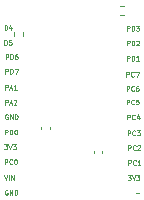
<source format=gbr>
%TF.GenerationSoftware,KiCad,Pcbnew,7.0.10*%
%TF.CreationDate,2024-05-20T03:00:16+05:30*%
%TF.ProjectId,nico-ch32v003-v1,6e69636f-2d63-4683-9332-763030332d76,1.0.1*%
%TF.SameCoordinates,Original*%
%TF.FileFunction,Legend,Top*%
%TF.FilePolarity,Positive*%
%FSLAX46Y46*%
G04 Gerber Fmt 4.6, Leading zero omitted, Abs format (unit mm)*
G04 Created by KiCad (PCBNEW 7.0.10) date 2024-05-20 03:00:16*
%MOMM*%
%LPD*%
G01*
G04 APERTURE LIST*
%ADD10C,0.101200*%
%ADD11C,0.120000*%
G04 APERTURE END LIST*
D10*
X95322958Y-70825197D02*
X95322958Y-70420397D01*
X95322958Y-70420397D02*
X95477168Y-70420397D01*
X95477168Y-70420397D02*
X95515720Y-70439673D01*
X95515720Y-70439673D02*
X95534997Y-70458949D01*
X95534997Y-70458949D02*
X95554273Y-70497501D01*
X95554273Y-70497501D02*
X95554273Y-70555330D01*
X95554273Y-70555330D02*
X95534997Y-70593882D01*
X95534997Y-70593882D02*
X95515720Y-70613159D01*
X95515720Y-70613159D02*
X95477168Y-70632435D01*
X95477168Y-70632435D02*
X95322958Y-70632435D01*
X95727758Y-70825197D02*
X95727758Y-70420397D01*
X95727758Y-70420397D02*
X95824139Y-70420397D01*
X95824139Y-70420397D02*
X95881968Y-70439673D01*
X95881968Y-70439673D02*
X95920520Y-70478225D01*
X95920520Y-70478225D02*
X95939797Y-70516778D01*
X95939797Y-70516778D02*
X95959073Y-70593882D01*
X95959073Y-70593882D02*
X95959073Y-70651711D01*
X95959073Y-70651711D02*
X95939797Y-70728816D01*
X95939797Y-70728816D02*
X95920520Y-70767368D01*
X95920520Y-70767368D02*
X95881968Y-70805921D01*
X95881968Y-70805921D02*
X95824139Y-70825197D01*
X95824139Y-70825197D02*
X95727758Y-70825197D01*
X96209663Y-70420397D02*
X96248216Y-70420397D01*
X96248216Y-70420397D02*
X96286768Y-70439673D01*
X96286768Y-70439673D02*
X96306044Y-70458949D01*
X96306044Y-70458949D02*
X96325320Y-70497501D01*
X96325320Y-70497501D02*
X96344597Y-70574606D01*
X96344597Y-70574606D02*
X96344597Y-70670987D01*
X96344597Y-70670987D02*
X96325320Y-70748092D01*
X96325320Y-70748092D02*
X96306044Y-70786644D01*
X96306044Y-70786644D02*
X96286768Y-70805921D01*
X96286768Y-70805921D02*
X96248216Y-70825197D01*
X96248216Y-70825197D02*
X96209663Y-70825197D01*
X96209663Y-70825197D02*
X96171111Y-70805921D01*
X96171111Y-70805921D02*
X96151835Y-70786644D01*
X96151835Y-70786644D02*
X96132558Y-70748092D01*
X96132558Y-70748092D02*
X96113282Y-70670987D01*
X96113282Y-70670987D02*
X96113282Y-70574606D01*
X96113282Y-70574606D02*
X96132558Y-70497501D01*
X96132558Y-70497501D02*
X96151835Y-70458949D01*
X96151835Y-70458949D02*
X96171111Y-70439673D01*
X96171111Y-70439673D02*
X96209663Y-70420397D01*
X105622958Y-67135197D02*
X105622958Y-66730397D01*
X105622958Y-66730397D02*
X105777168Y-66730397D01*
X105777168Y-66730397D02*
X105815720Y-66749673D01*
X105815720Y-66749673D02*
X105834997Y-66768949D01*
X105834997Y-66768949D02*
X105854273Y-66807501D01*
X105854273Y-66807501D02*
X105854273Y-66865330D01*
X105854273Y-66865330D02*
X105834997Y-66903882D01*
X105834997Y-66903882D02*
X105815720Y-66923159D01*
X105815720Y-66923159D02*
X105777168Y-66942435D01*
X105777168Y-66942435D02*
X105622958Y-66942435D01*
X106259073Y-67096644D02*
X106239797Y-67115921D01*
X106239797Y-67115921D02*
X106181968Y-67135197D01*
X106181968Y-67135197D02*
X106143416Y-67135197D01*
X106143416Y-67135197D02*
X106085587Y-67115921D01*
X106085587Y-67115921D02*
X106047035Y-67077368D01*
X106047035Y-67077368D02*
X106027758Y-67038816D01*
X106027758Y-67038816D02*
X106008482Y-66961711D01*
X106008482Y-66961711D02*
X106008482Y-66903882D01*
X106008482Y-66903882D02*
X106027758Y-66826778D01*
X106027758Y-66826778D02*
X106047035Y-66788225D01*
X106047035Y-66788225D02*
X106085587Y-66749673D01*
X106085587Y-66749673D02*
X106143416Y-66730397D01*
X106143416Y-66730397D02*
X106181968Y-66730397D01*
X106181968Y-66730397D02*
X106239797Y-66749673D01*
X106239797Y-66749673D02*
X106259073Y-66768949D01*
X106606044Y-66730397D02*
X106528939Y-66730397D01*
X106528939Y-66730397D02*
X106490387Y-66749673D01*
X106490387Y-66749673D02*
X106471111Y-66768949D01*
X106471111Y-66768949D02*
X106432558Y-66826778D01*
X106432558Y-66826778D02*
X106413282Y-66903882D01*
X106413282Y-66903882D02*
X106413282Y-67058092D01*
X106413282Y-67058092D02*
X106432558Y-67096644D01*
X106432558Y-67096644D02*
X106451835Y-67115921D01*
X106451835Y-67115921D02*
X106490387Y-67135197D01*
X106490387Y-67135197D02*
X106567492Y-67135197D01*
X106567492Y-67135197D02*
X106606044Y-67115921D01*
X106606044Y-67115921D02*
X106625320Y-67096644D01*
X106625320Y-67096644D02*
X106644597Y-67058092D01*
X106644597Y-67058092D02*
X106644597Y-66961711D01*
X106644597Y-66961711D02*
X106625320Y-66923159D01*
X106625320Y-66923159D02*
X106606044Y-66903882D01*
X106606044Y-66903882D02*
X106567492Y-66884606D01*
X106567492Y-66884606D02*
X106490387Y-66884606D01*
X106490387Y-66884606D02*
X106451835Y-66903882D01*
X106451835Y-66903882D02*
X106432558Y-66923159D01*
X106432558Y-66923159D02*
X106413282Y-66961711D01*
X95245130Y-74270397D02*
X95380063Y-74675197D01*
X95380063Y-74675197D02*
X95514997Y-74270397D01*
X95649929Y-74675197D02*
X95649929Y-74270397D01*
X95842691Y-74675197D02*
X95842691Y-74270397D01*
X95842691Y-74270397D02*
X96074006Y-74675197D01*
X96074006Y-74675197D02*
X96074006Y-74270397D01*
X95362958Y-65675197D02*
X95362958Y-65270397D01*
X95362958Y-65270397D02*
X95517168Y-65270397D01*
X95517168Y-65270397D02*
X95555720Y-65289673D01*
X95555720Y-65289673D02*
X95574997Y-65308949D01*
X95574997Y-65308949D02*
X95594273Y-65347501D01*
X95594273Y-65347501D02*
X95594273Y-65405330D01*
X95594273Y-65405330D02*
X95574997Y-65443882D01*
X95574997Y-65443882D02*
X95555720Y-65463159D01*
X95555720Y-65463159D02*
X95517168Y-65482435D01*
X95517168Y-65482435D02*
X95362958Y-65482435D01*
X95767758Y-65675197D02*
X95767758Y-65270397D01*
X95767758Y-65270397D02*
X95864139Y-65270397D01*
X95864139Y-65270397D02*
X95921968Y-65289673D01*
X95921968Y-65289673D02*
X95960520Y-65328225D01*
X95960520Y-65328225D02*
X95979797Y-65366778D01*
X95979797Y-65366778D02*
X95999073Y-65443882D01*
X95999073Y-65443882D02*
X95999073Y-65501711D01*
X95999073Y-65501711D02*
X95979797Y-65578816D01*
X95979797Y-65578816D02*
X95960520Y-65617368D01*
X95960520Y-65617368D02*
X95921968Y-65655921D01*
X95921968Y-65655921D02*
X95864139Y-65675197D01*
X95864139Y-65675197D02*
X95767758Y-65675197D01*
X96134006Y-65270397D02*
X96403873Y-65270397D01*
X96403873Y-65270397D02*
X96230387Y-65675197D01*
X95332958Y-68295197D02*
X95332958Y-67890397D01*
X95332958Y-67890397D02*
X95487168Y-67890397D01*
X95487168Y-67890397D02*
X95525720Y-67909673D01*
X95525720Y-67909673D02*
X95544997Y-67928949D01*
X95544997Y-67928949D02*
X95564273Y-67967501D01*
X95564273Y-67967501D02*
X95564273Y-68025330D01*
X95564273Y-68025330D02*
X95544997Y-68063882D01*
X95544997Y-68063882D02*
X95525720Y-68083159D01*
X95525720Y-68083159D02*
X95487168Y-68102435D01*
X95487168Y-68102435D02*
X95332958Y-68102435D01*
X95718482Y-68179540D02*
X95911244Y-68179540D01*
X95679930Y-68295197D02*
X95814863Y-67890397D01*
X95814863Y-67890397D02*
X95949797Y-68295197D01*
X96065453Y-67928949D02*
X96084729Y-67909673D01*
X96084729Y-67909673D02*
X96123282Y-67890397D01*
X96123282Y-67890397D02*
X96219663Y-67890397D01*
X96219663Y-67890397D02*
X96258215Y-67909673D01*
X96258215Y-67909673D02*
X96277491Y-67928949D01*
X96277491Y-67928949D02*
X96296768Y-67967501D01*
X96296768Y-67967501D02*
X96296768Y-68006054D01*
X96296768Y-68006054D02*
X96277491Y-68063882D01*
X96277491Y-68063882D02*
X96046177Y-68295197D01*
X96046177Y-68295197D02*
X96296768Y-68295197D01*
X105762958Y-73415197D02*
X105762958Y-73010397D01*
X105762958Y-73010397D02*
X105917168Y-73010397D01*
X105917168Y-73010397D02*
X105955720Y-73029673D01*
X105955720Y-73029673D02*
X105974997Y-73048949D01*
X105974997Y-73048949D02*
X105994273Y-73087501D01*
X105994273Y-73087501D02*
X105994273Y-73145330D01*
X105994273Y-73145330D02*
X105974997Y-73183882D01*
X105974997Y-73183882D02*
X105955720Y-73203159D01*
X105955720Y-73203159D02*
X105917168Y-73222435D01*
X105917168Y-73222435D02*
X105762958Y-73222435D01*
X106399073Y-73376644D02*
X106379797Y-73395921D01*
X106379797Y-73395921D02*
X106321968Y-73415197D01*
X106321968Y-73415197D02*
X106283416Y-73415197D01*
X106283416Y-73415197D02*
X106225587Y-73395921D01*
X106225587Y-73395921D02*
X106187035Y-73357368D01*
X106187035Y-73357368D02*
X106167758Y-73318816D01*
X106167758Y-73318816D02*
X106148482Y-73241711D01*
X106148482Y-73241711D02*
X106148482Y-73183882D01*
X106148482Y-73183882D02*
X106167758Y-73106778D01*
X106167758Y-73106778D02*
X106187035Y-73068225D01*
X106187035Y-73068225D02*
X106225587Y-73029673D01*
X106225587Y-73029673D02*
X106283416Y-73010397D01*
X106283416Y-73010397D02*
X106321968Y-73010397D01*
X106321968Y-73010397D02*
X106379797Y-73029673D01*
X106379797Y-73029673D02*
X106399073Y-73048949D01*
X106784597Y-73415197D02*
X106553282Y-73415197D01*
X106668939Y-73415197D02*
X106668939Y-73010397D01*
X106668939Y-73010397D02*
X106630387Y-73068225D01*
X106630387Y-73068225D02*
X106591835Y-73106778D01*
X106591835Y-73106778D02*
X106553282Y-73126054D01*
X105682958Y-69545197D02*
X105682958Y-69140397D01*
X105682958Y-69140397D02*
X105837168Y-69140397D01*
X105837168Y-69140397D02*
X105875720Y-69159673D01*
X105875720Y-69159673D02*
X105894997Y-69178949D01*
X105894997Y-69178949D02*
X105914273Y-69217501D01*
X105914273Y-69217501D02*
X105914273Y-69275330D01*
X105914273Y-69275330D02*
X105894997Y-69313882D01*
X105894997Y-69313882D02*
X105875720Y-69333159D01*
X105875720Y-69333159D02*
X105837168Y-69352435D01*
X105837168Y-69352435D02*
X105682958Y-69352435D01*
X106319073Y-69506644D02*
X106299797Y-69525921D01*
X106299797Y-69525921D02*
X106241968Y-69545197D01*
X106241968Y-69545197D02*
X106203416Y-69545197D01*
X106203416Y-69545197D02*
X106145587Y-69525921D01*
X106145587Y-69525921D02*
X106107035Y-69487368D01*
X106107035Y-69487368D02*
X106087758Y-69448816D01*
X106087758Y-69448816D02*
X106068482Y-69371711D01*
X106068482Y-69371711D02*
X106068482Y-69313882D01*
X106068482Y-69313882D02*
X106087758Y-69236778D01*
X106087758Y-69236778D02*
X106107035Y-69198225D01*
X106107035Y-69198225D02*
X106145587Y-69159673D01*
X106145587Y-69159673D02*
X106203416Y-69140397D01*
X106203416Y-69140397D02*
X106241968Y-69140397D01*
X106241968Y-69140397D02*
X106299797Y-69159673D01*
X106299797Y-69159673D02*
X106319073Y-69178949D01*
X106666044Y-69275330D02*
X106666044Y-69545197D01*
X106569663Y-69121121D02*
X106473282Y-69410263D01*
X106473282Y-69410263D02*
X106723873Y-69410263D01*
X95302958Y-73335197D02*
X95302958Y-72930397D01*
X95302958Y-72930397D02*
X95457168Y-72930397D01*
X95457168Y-72930397D02*
X95495720Y-72949673D01*
X95495720Y-72949673D02*
X95514997Y-72968949D01*
X95514997Y-72968949D02*
X95534273Y-73007501D01*
X95534273Y-73007501D02*
X95534273Y-73065330D01*
X95534273Y-73065330D02*
X95514997Y-73103882D01*
X95514997Y-73103882D02*
X95495720Y-73123159D01*
X95495720Y-73123159D02*
X95457168Y-73142435D01*
X95457168Y-73142435D02*
X95302958Y-73142435D01*
X95939073Y-73296644D02*
X95919797Y-73315921D01*
X95919797Y-73315921D02*
X95861968Y-73335197D01*
X95861968Y-73335197D02*
X95823416Y-73335197D01*
X95823416Y-73335197D02*
X95765587Y-73315921D01*
X95765587Y-73315921D02*
X95727035Y-73277368D01*
X95727035Y-73277368D02*
X95707758Y-73238816D01*
X95707758Y-73238816D02*
X95688482Y-73161711D01*
X95688482Y-73161711D02*
X95688482Y-73103882D01*
X95688482Y-73103882D02*
X95707758Y-73026778D01*
X95707758Y-73026778D02*
X95727035Y-72988225D01*
X95727035Y-72988225D02*
X95765587Y-72949673D01*
X95765587Y-72949673D02*
X95823416Y-72930397D01*
X95823416Y-72930397D02*
X95861968Y-72930397D01*
X95861968Y-72930397D02*
X95919797Y-72949673D01*
X95919797Y-72949673D02*
X95939073Y-72968949D01*
X96189663Y-72930397D02*
X96228216Y-72930397D01*
X96228216Y-72930397D02*
X96266768Y-72949673D01*
X96266768Y-72949673D02*
X96286044Y-72968949D01*
X96286044Y-72968949D02*
X96305320Y-73007501D01*
X96305320Y-73007501D02*
X96324597Y-73084606D01*
X96324597Y-73084606D02*
X96324597Y-73180987D01*
X96324597Y-73180987D02*
X96305320Y-73258092D01*
X96305320Y-73258092D02*
X96286044Y-73296644D01*
X96286044Y-73296644D02*
X96266768Y-73315921D01*
X96266768Y-73315921D02*
X96228216Y-73335197D01*
X96228216Y-73335197D02*
X96189663Y-73335197D01*
X96189663Y-73335197D02*
X96151111Y-73315921D01*
X96151111Y-73315921D02*
X96131835Y-73296644D01*
X96131835Y-73296644D02*
X96112558Y-73258092D01*
X96112558Y-73258092D02*
X96093282Y-73180987D01*
X96093282Y-73180987D02*
X96093282Y-73084606D01*
X96093282Y-73084606D02*
X96112558Y-73007501D01*
X96112558Y-73007501D02*
X96131835Y-72968949D01*
X96131835Y-72968949D02*
X96151111Y-72949673D01*
X96151111Y-72949673D02*
X96189663Y-72930397D01*
X105652958Y-64575197D02*
X105652958Y-64170397D01*
X105652958Y-64170397D02*
X105807168Y-64170397D01*
X105807168Y-64170397D02*
X105845720Y-64189673D01*
X105845720Y-64189673D02*
X105864997Y-64208949D01*
X105864997Y-64208949D02*
X105884273Y-64247501D01*
X105884273Y-64247501D02*
X105884273Y-64305330D01*
X105884273Y-64305330D02*
X105864997Y-64343882D01*
X105864997Y-64343882D02*
X105845720Y-64363159D01*
X105845720Y-64363159D02*
X105807168Y-64382435D01*
X105807168Y-64382435D02*
X105652958Y-64382435D01*
X106057758Y-64575197D02*
X106057758Y-64170397D01*
X106057758Y-64170397D02*
X106154139Y-64170397D01*
X106154139Y-64170397D02*
X106211968Y-64189673D01*
X106211968Y-64189673D02*
X106250520Y-64228225D01*
X106250520Y-64228225D02*
X106269797Y-64266778D01*
X106269797Y-64266778D02*
X106289073Y-64343882D01*
X106289073Y-64343882D02*
X106289073Y-64401711D01*
X106289073Y-64401711D02*
X106269797Y-64478816D01*
X106269797Y-64478816D02*
X106250520Y-64517368D01*
X106250520Y-64517368D02*
X106211968Y-64555921D01*
X106211968Y-64555921D02*
X106154139Y-64575197D01*
X106154139Y-64575197D02*
X106057758Y-64575197D01*
X106674597Y-64575197D02*
X106443282Y-64575197D01*
X106558939Y-64575197D02*
X106558939Y-64170397D01*
X106558939Y-64170397D02*
X106520387Y-64228225D01*
X106520387Y-64228225D02*
X106481835Y-64266778D01*
X106481835Y-64266778D02*
X106443282Y-64286054D01*
X95262958Y-63235197D02*
X95262958Y-62830397D01*
X95262958Y-62830397D02*
X95359339Y-62830397D01*
X95359339Y-62830397D02*
X95417168Y-62849673D01*
X95417168Y-62849673D02*
X95455720Y-62888225D01*
X95455720Y-62888225D02*
X95474997Y-62926778D01*
X95474997Y-62926778D02*
X95494273Y-63003882D01*
X95494273Y-63003882D02*
X95494273Y-63061711D01*
X95494273Y-63061711D02*
X95474997Y-63138816D01*
X95474997Y-63138816D02*
X95455720Y-63177368D01*
X95455720Y-63177368D02*
X95417168Y-63215921D01*
X95417168Y-63215921D02*
X95359339Y-63235197D01*
X95359339Y-63235197D02*
X95262958Y-63235197D01*
X95860520Y-62830397D02*
X95667758Y-62830397D01*
X95667758Y-62830397D02*
X95648482Y-63023159D01*
X95648482Y-63023159D02*
X95667758Y-63003882D01*
X95667758Y-63003882D02*
X95706311Y-62984606D01*
X95706311Y-62984606D02*
X95802692Y-62984606D01*
X95802692Y-62984606D02*
X95841244Y-63003882D01*
X95841244Y-63003882D02*
X95860520Y-63023159D01*
X95860520Y-63023159D02*
X95879797Y-63061711D01*
X95879797Y-63061711D02*
X95879797Y-63158092D01*
X95879797Y-63158092D02*
X95860520Y-63196644D01*
X95860520Y-63196644D02*
X95841244Y-63215921D01*
X95841244Y-63215921D02*
X95802692Y-63235197D01*
X95802692Y-63235197D02*
X95706311Y-63235197D01*
X95706311Y-63235197D02*
X95667758Y-63215921D01*
X95667758Y-63215921D02*
X95648482Y-63196644D01*
X95292958Y-61975197D02*
X95292958Y-61570397D01*
X95292958Y-61570397D02*
X95389339Y-61570397D01*
X95389339Y-61570397D02*
X95447168Y-61589673D01*
X95447168Y-61589673D02*
X95485720Y-61628225D01*
X95485720Y-61628225D02*
X95504997Y-61666778D01*
X95504997Y-61666778D02*
X95524273Y-61743882D01*
X95524273Y-61743882D02*
X95524273Y-61801711D01*
X95524273Y-61801711D02*
X95504997Y-61878816D01*
X95504997Y-61878816D02*
X95485720Y-61917368D01*
X95485720Y-61917368D02*
X95447168Y-61955921D01*
X95447168Y-61955921D02*
X95389339Y-61975197D01*
X95389339Y-61975197D02*
X95292958Y-61975197D01*
X95871244Y-61705330D02*
X95871244Y-61975197D01*
X95774863Y-61551121D02*
X95678482Y-61840263D01*
X95678482Y-61840263D02*
X95929073Y-61840263D01*
X105652958Y-62035197D02*
X105652958Y-61630397D01*
X105652958Y-61630397D02*
X105807168Y-61630397D01*
X105807168Y-61630397D02*
X105845720Y-61649673D01*
X105845720Y-61649673D02*
X105864997Y-61668949D01*
X105864997Y-61668949D02*
X105884273Y-61707501D01*
X105884273Y-61707501D02*
X105884273Y-61765330D01*
X105884273Y-61765330D02*
X105864997Y-61803882D01*
X105864997Y-61803882D02*
X105845720Y-61823159D01*
X105845720Y-61823159D02*
X105807168Y-61842435D01*
X105807168Y-61842435D02*
X105652958Y-61842435D01*
X106057758Y-62035197D02*
X106057758Y-61630397D01*
X106057758Y-61630397D02*
X106154139Y-61630397D01*
X106154139Y-61630397D02*
X106211968Y-61649673D01*
X106211968Y-61649673D02*
X106250520Y-61688225D01*
X106250520Y-61688225D02*
X106269797Y-61726778D01*
X106269797Y-61726778D02*
X106289073Y-61803882D01*
X106289073Y-61803882D02*
X106289073Y-61861711D01*
X106289073Y-61861711D02*
X106269797Y-61938816D01*
X106269797Y-61938816D02*
X106250520Y-61977368D01*
X106250520Y-61977368D02*
X106211968Y-62015921D01*
X106211968Y-62015921D02*
X106154139Y-62035197D01*
X106154139Y-62035197D02*
X106057758Y-62035197D01*
X106424006Y-61630397D02*
X106674597Y-61630397D01*
X106674597Y-61630397D02*
X106539663Y-61784606D01*
X106539663Y-61784606D02*
X106597492Y-61784606D01*
X106597492Y-61784606D02*
X106636044Y-61803882D01*
X106636044Y-61803882D02*
X106655320Y-61823159D01*
X106655320Y-61823159D02*
X106674597Y-61861711D01*
X106674597Y-61861711D02*
X106674597Y-61958092D01*
X106674597Y-61958092D02*
X106655320Y-61996644D01*
X106655320Y-61996644D02*
X106636044Y-62015921D01*
X106636044Y-62015921D02*
X106597492Y-62035197D01*
X106597492Y-62035197D02*
X106481835Y-62035197D01*
X106481835Y-62035197D02*
X106443282Y-62015921D01*
X106443282Y-62015921D02*
X106424006Y-61996644D01*
X95342958Y-67045197D02*
X95342958Y-66640397D01*
X95342958Y-66640397D02*
X95497168Y-66640397D01*
X95497168Y-66640397D02*
X95535720Y-66659673D01*
X95535720Y-66659673D02*
X95554997Y-66678949D01*
X95554997Y-66678949D02*
X95574273Y-66717501D01*
X95574273Y-66717501D02*
X95574273Y-66775330D01*
X95574273Y-66775330D02*
X95554997Y-66813882D01*
X95554997Y-66813882D02*
X95535720Y-66833159D01*
X95535720Y-66833159D02*
X95497168Y-66852435D01*
X95497168Y-66852435D02*
X95342958Y-66852435D01*
X95728482Y-66929540D02*
X95921244Y-66929540D01*
X95689930Y-67045197D02*
X95824863Y-66640397D01*
X95824863Y-66640397D02*
X95959797Y-67045197D01*
X96306768Y-67045197D02*
X96075453Y-67045197D01*
X96191110Y-67045197D02*
X96191110Y-66640397D01*
X96191110Y-66640397D02*
X96152558Y-66698225D01*
X96152558Y-66698225D02*
X96114006Y-66736778D01*
X96114006Y-66736778D02*
X96075453Y-66756054D01*
X95254406Y-71660397D02*
X95504997Y-71660397D01*
X95504997Y-71660397D02*
X95370063Y-71814606D01*
X95370063Y-71814606D02*
X95427892Y-71814606D01*
X95427892Y-71814606D02*
X95466444Y-71833882D01*
X95466444Y-71833882D02*
X95485720Y-71853159D01*
X95485720Y-71853159D02*
X95504997Y-71891711D01*
X95504997Y-71891711D02*
X95504997Y-71988092D01*
X95504997Y-71988092D02*
X95485720Y-72026644D01*
X95485720Y-72026644D02*
X95466444Y-72045921D01*
X95466444Y-72045921D02*
X95427892Y-72065197D01*
X95427892Y-72065197D02*
X95312235Y-72065197D01*
X95312235Y-72065197D02*
X95273682Y-72045921D01*
X95273682Y-72045921D02*
X95254406Y-72026644D01*
X95620654Y-71660397D02*
X95755587Y-72065197D01*
X95755587Y-72065197D02*
X95890521Y-71660397D01*
X95986901Y-71660397D02*
X96237492Y-71660397D01*
X96237492Y-71660397D02*
X96102558Y-71814606D01*
X96102558Y-71814606D02*
X96160387Y-71814606D01*
X96160387Y-71814606D02*
X96198939Y-71833882D01*
X96198939Y-71833882D02*
X96218215Y-71853159D01*
X96218215Y-71853159D02*
X96237492Y-71891711D01*
X96237492Y-71891711D02*
X96237492Y-71988092D01*
X96237492Y-71988092D02*
X96218215Y-72026644D01*
X96218215Y-72026644D02*
X96198939Y-72045921D01*
X96198939Y-72045921D02*
X96160387Y-72065197D01*
X96160387Y-72065197D02*
X96044730Y-72065197D01*
X96044730Y-72065197D02*
X96006177Y-72045921D01*
X96006177Y-72045921D02*
X95986901Y-72026644D01*
X105592958Y-65925197D02*
X105592958Y-65520397D01*
X105592958Y-65520397D02*
X105747168Y-65520397D01*
X105747168Y-65520397D02*
X105785720Y-65539673D01*
X105785720Y-65539673D02*
X105804997Y-65558949D01*
X105804997Y-65558949D02*
X105824273Y-65597501D01*
X105824273Y-65597501D02*
X105824273Y-65655330D01*
X105824273Y-65655330D02*
X105804997Y-65693882D01*
X105804997Y-65693882D02*
X105785720Y-65713159D01*
X105785720Y-65713159D02*
X105747168Y-65732435D01*
X105747168Y-65732435D02*
X105592958Y-65732435D01*
X106229073Y-65886644D02*
X106209797Y-65905921D01*
X106209797Y-65905921D02*
X106151968Y-65925197D01*
X106151968Y-65925197D02*
X106113416Y-65925197D01*
X106113416Y-65925197D02*
X106055587Y-65905921D01*
X106055587Y-65905921D02*
X106017035Y-65867368D01*
X106017035Y-65867368D02*
X105997758Y-65828816D01*
X105997758Y-65828816D02*
X105978482Y-65751711D01*
X105978482Y-65751711D02*
X105978482Y-65693882D01*
X105978482Y-65693882D02*
X105997758Y-65616778D01*
X105997758Y-65616778D02*
X106017035Y-65578225D01*
X106017035Y-65578225D02*
X106055587Y-65539673D01*
X106055587Y-65539673D02*
X106113416Y-65520397D01*
X106113416Y-65520397D02*
X106151968Y-65520397D01*
X106151968Y-65520397D02*
X106209797Y-65539673D01*
X106209797Y-65539673D02*
X106229073Y-65558949D01*
X106364006Y-65520397D02*
X106633873Y-65520397D01*
X106633873Y-65520397D02*
X106460387Y-65925197D01*
X95372958Y-64445197D02*
X95372958Y-64040397D01*
X95372958Y-64040397D02*
X95527168Y-64040397D01*
X95527168Y-64040397D02*
X95565720Y-64059673D01*
X95565720Y-64059673D02*
X95584997Y-64078949D01*
X95584997Y-64078949D02*
X95604273Y-64117501D01*
X95604273Y-64117501D02*
X95604273Y-64175330D01*
X95604273Y-64175330D02*
X95584997Y-64213882D01*
X95584997Y-64213882D02*
X95565720Y-64233159D01*
X95565720Y-64233159D02*
X95527168Y-64252435D01*
X95527168Y-64252435D02*
X95372958Y-64252435D01*
X95777758Y-64445197D02*
X95777758Y-64040397D01*
X95777758Y-64040397D02*
X95874139Y-64040397D01*
X95874139Y-64040397D02*
X95931968Y-64059673D01*
X95931968Y-64059673D02*
X95970520Y-64098225D01*
X95970520Y-64098225D02*
X95989797Y-64136778D01*
X95989797Y-64136778D02*
X96009073Y-64213882D01*
X96009073Y-64213882D02*
X96009073Y-64271711D01*
X96009073Y-64271711D02*
X95989797Y-64348816D01*
X95989797Y-64348816D02*
X95970520Y-64387368D01*
X95970520Y-64387368D02*
X95931968Y-64425921D01*
X95931968Y-64425921D02*
X95874139Y-64445197D01*
X95874139Y-64445197D02*
X95777758Y-64445197D01*
X96356044Y-64040397D02*
X96278939Y-64040397D01*
X96278939Y-64040397D02*
X96240387Y-64059673D01*
X96240387Y-64059673D02*
X96221111Y-64078949D01*
X96221111Y-64078949D02*
X96182558Y-64136778D01*
X96182558Y-64136778D02*
X96163282Y-64213882D01*
X96163282Y-64213882D02*
X96163282Y-64368092D01*
X96163282Y-64368092D02*
X96182558Y-64406644D01*
X96182558Y-64406644D02*
X96201835Y-64425921D01*
X96201835Y-64425921D02*
X96240387Y-64445197D01*
X96240387Y-64445197D02*
X96317492Y-64445197D01*
X96317492Y-64445197D02*
X96356044Y-64425921D01*
X96356044Y-64425921D02*
X96375320Y-64406644D01*
X96375320Y-64406644D02*
X96394597Y-64368092D01*
X96394597Y-64368092D02*
X96394597Y-64271711D01*
X96394597Y-64271711D02*
X96375320Y-64233159D01*
X96375320Y-64233159D02*
X96356044Y-64213882D01*
X96356044Y-64213882D02*
X96317492Y-64194606D01*
X96317492Y-64194606D02*
X96240387Y-64194606D01*
X96240387Y-64194606D02*
X96201835Y-64213882D01*
X96201835Y-64213882D02*
X96182558Y-64233159D01*
X96182558Y-64233159D02*
X96163282Y-64271711D01*
X106382958Y-75810987D02*
X106691378Y-75810987D01*
X95534997Y-75539673D02*
X95496444Y-75520397D01*
X95496444Y-75520397D02*
X95438616Y-75520397D01*
X95438616Y-75520397D02*
X95380787Y-75539673D01*
X95380787Y-75539673D02*
X95342235Y-75578225D01*
X95342235Y-75578225D02*
X95322958Y-75616778D01*
X95322958Y-75616778D02*
X95303682Y-75693882D01*
X95303682Y-75693882D02*
X95303682Y-75751711D01*
X95303682Y-75751711D02*
X95322958Y-75828816D01*
X95322958Y-75828816D02*
X95342235Y-75867368D01*
X95342235Y-75867368D02*
X95380787Y-75905921D01*
X95380787Y-75905921D02*
X95438616Y-75925197D01*
X95438616Y-75925197D02*
X95477168Y-75925197D01*
X95477168Y-75925197D02*
X95534997Y-75905921D01*
X95534997Y-75905921D02*
X95554273Y-75886644D01*
X95554273Y-75886644D02*
X95554273Y-75751711D01*
X95554273Y-75751711D02*
X95477168Y-75751711D01*
X95727758Y-75925197D02*
X95727758Y-75520397D01*
X95727758Y-75520397D02*
X95959073Y-75925197D01*
X95959073Y-75925197D02*
X95959073Y-75520397D01*
X96151834Y-75925197D02*
X96151834Y-75520397D01*
X96151834Y-75520397D02*
X96248215Y-75520397D01*
X96248215Y-75520397D02*
X96306044Y-75539673D01*
X96306044Y-75539673D02*
X96344596Y-75578225D01*
X96344596Y-75578225D02*
X96363873Y-75616778D01*
X96363873Y-75616778D02*
X96383149Y-75693882D01*
X96383149Y-75693882D02*
X96383149Y-75751711D01*
X96383149Y-75751711D02*
X96363873Y-75828816D01*
X96363873Y-75828816D02*
X96344596Y-75867368D01*
X96344596Y-75867368D02*
X96306044Y-75905921D01*
X96306044Y-75905921D02*
X96248215Y-75925197D01*
X96248215Y-75925197D02*
X96151834Y-75925197D01*
X105712958Y-70895197D02*
X105712958Y-70490397D01*
X105712958Y-70490397D02*
X105867168Y-70490397D01*
X105867168Y-70490397D02*
X105905720Y-70509673D01*
X105905720Y-70509673D02*
X105924997Y-70528949D01*
X105924997Y-70528949D02*
X105944273Y-70567501D01*
X105944273Y-70567501D02*
X105944273Y-70625330D01*
X105944273Y-70625330D02*
X105924997Y-70663882D01*
X105924997Y-70663882D02*
X105905720Y-70683159D01*
X105905720Y-70683159D02*
X105867168Y-70702435D01*
X105867168Y-70702435D02*
X105712958Y-70702435D01*
X106349073Y-70856644D02*
X106329797Y-70875921D01*
X106329797Y-70875921D02*
X106271968Y-70895197D01*
X106271968Y-70895197D02*
X106233416Y-70895197D01*
X106233416Y-70895197D02*
X106175587Y-70875921D01*
X106175587Y-70875921D02*
X106137035Y-70837368D01*
X106137035Y-70837368D02*
X106117758Y-70798816D01*
X106117758Y-70798816D02*
X106098482Y-70721711D01*
X106098482Y-70721711D02*
X106098482Y-70663882D01*
X106098482Y-70663882D02*
X106117758Y-70586778D01*
X106117758Y-70586778D02*
X106137035Y-70548225D01*
X106137035Y-70548225D02*
X106175587Y-70509673D01*
X106175587Y-70509673D02*
X106233416Y-70490397D01*
X106233416Y-70490397D02*
X106271968Y-70490397D01*
X106271968Y-70490397D02*
X106329797Y-70509673D01*
X106329797Y-70509673D02*
X106349073Y-70528949D01*
X106484006Y-70490397D02*
X106734597Y-70490397D01*
X106734597Y-70490397D02*
X106599663Y-70644606D01*
X106599663Y-70644606D02*
X106657492Y-70644606D01*
X106657492Y-70644606D02*
X106696044Y-70663882D01*
X106696044Y-70663882D02*
X106715320Y-70683159D01*
X106715320Y-70683159D02*
X106734597Y-70721711D01*
X106734597Y-70721711D02*
X106734597Y-70818092D01*
X106734597Y-70818092D02*
X106715320Y-70856644D01*
X106715320Y-70856644D02*
X106696044Y-70875921D01*
X106696044Y-70875921D02*
X106657492Y-70895197D01*
X106657492Y-70895197D02*
X106541835Y-70895197D01*
X106541835Y-70895197D02*
X106503282Y-70875921D01*
X106503282Y-70875921D02*
X106484006Y-70856644D01*
X105714406Y-74290397D02*
X105964997Y-74290397D01*
X105964997Y-74290397D02*
X105830063Y-74444606D01*
X105830063Y-74444606D02*
X105887892Y-74444606D01*
X105887892Y-74444606D02*
X105926444Y-74463882D01*
X105926444Y-74463882D02*
X105945720Y-74483159D01*
X105945720Y-74483159D02*
X105964997Y-74521711D01*
X105964997Y-74521711D02*
X105964997Y-74618092D01*
X105964997Y-74618092D02*
X105945720Y-74656644D01*
X105945720Y-74656644D02*
X105926444Y-74675921D01*
X105926444Y-74675921D02*
X105887892Y-74695197D01*
X105887892Y-74695197D02*
X105772235Y-74695197D01*
X105772235Y-74695197D02*
X105733682Y-74675921D01*
X105733682Y-74675921D02*
X105714406Y-74656644D01*
X106080654Y-74290397D02*
X106215587Y-74695197D01*
X106215587Y-74695197D02*
X106350521Y-74290397D01*
X106446901Y-74290397D02*
X106697492Y-74290397D01*
X106697492Y-74290397D02*
X106562558Y-74444606D01*
X106562558Y-74444606D02*
X106620387Y-74444606D01*
X106620387Y-74444606D02*
X106658939Y-74463882D01*
X106658939Y-74463882D02*
X106678215Y-74483159D01*
X106678215Y-74483159D02*
X106697492Y-74521711D01*
X106697492Y-74521711D02*
X106697492Y-74618092D01*
X106697492Y-74618092D02*
X106678215Y-74656644D01*
X106678215Y-74656644D02*
X106658939Y-74675921D01*
X106658939Y-74675921D02*
X106620387Y-74695197D01*
X106620387Y-74695197D02*
X106504730Y-74695197D01*
X106504730Y-74695197D02*
X106466177Y-74675921D01*
X106466177Y-74675921D02*
X106446901Y-74656644D01*
X95544997Y-69149673D02*
X95506444Y-69130397D01*
X95506444Y-69130397D02*
X95448616Y-69130397D01*
X95448616Y-69130397D02*
X95390787Y-69149673D01*
X95390787Y-69149673D02*
X95352235Y-69188225D01*
X95352235Y-69188225D02*
X95332958Y-69226778D01*
X95332958Y-69226778D02*
X95313682Y-69303882D01*
X95313682Y-69303882D02*
X95313682Y-69361711D01*
X95313682Y-69361711D02*
X95332958Y-69438816D01*
X95332958Y-69438816D02*
X95352235Y-69477368D01*
X95352235Y-69477368D02*
X95390787Y-69515921D01*
X95390787Y-69515921D02*
X95448616Y-69535197D01*
X95448616Y-69535197D02*
X95487168Y-69535197D01*
X95487168Y-69535197D02*
X95544997Y-69515921D01*
X95544997Y-69515921D02*
X95564273Y-69496644D01*
X95564273Y-69496644D02*
X95564273Y-69361711D01*
X95564273Y-69361711D02*
X95487168Y-69361711D01*
X95737758Y-69535197D02*
X95737758Y-69130397D01*
X95737758Y-69130397D02*
X95969073Y-69535197D01*
X95969073Y-69535197D02*
X95969073Y-69130397D01*
X96161834Y-69535197D02*
X96161834Y-69130397D01*
X96161834Y-69130397D02*
X96258215Y-69130397D01*
X96258215Y-69130397D02*
X96316044Y-69149673D01*
X96316044Y-69149673D02*
X96354596Y-69188225D01*
X96354596Y-69188225D02*
X96373873Y-69226778D01*
X96373873Y-69226778D02*
X96393149Y-69303882D01*
X96393149Y-69303882D02*
X96393149Y-69361711D01*
X96393149Y-69361711D02*
X96373873Y-69438816D01*
X96373873Y-69438816D02*
X96354596Y-69477368D01*
X96354596Y-69477368D02*
X96316044Y-69515921D01*
X96316044Y-69515921D02*
X96258215Y-69535197D01*
X96258215Y-69535197D02*
X96161834Y-69535197D01*
X105652958Y-63285197D02*
X105652958Y-62880397D01*
X105652958Y-62880397D02*
X105807168Y-62880397D01*
X105807168Y-62880397D02*
X105845720Y-62899673D01*
X105845720Y-62899673D02*
X105864997Y-62918949D01*
X105864997Y-62918949D02*
X105884273Y-62957501D01*
X105884273Y-62957501D02*
X105884273Y-63015330D01*
X105884273Y-63015330D02*
X105864997Y-63053882D01*
X105864997Y-63053882D02*
X105845720Y-63073159D01*
X105845720Y-63073159D02*
X105807168Y-63092435D01*
X105807168Y-63092435D02*
X105652958Y-63092435D01*
X106057758Y-63285197D02*
X106057758Y-62880397D01*
X106057758Y-62880397D02*
X106154139Y-62880397D01*
X106154139Y-62880397D02*
X106211968Y-62899673D01*
X106211968Y-62899673D02*
X106250520Y-62938225D01*
X106250520Y-62938225D02*
X106269797Y-62976778D01*
X106269797Y-62976778D02*
X106289073Y-63053882D01*
X106289073Y-63053882D02*
X106289073Y-63111711D01*
X106289073Y-63111711D02*
X106269797Y-63188816D01*
X106269797Y-63188816D02*
X106250520Y-63227368D01*
X106250520Y-63227368D02*
X106211968Y-63265921D01*
X106211968Y-63265921D02*
X106154139Y-63285197D01*
X106154139Y-63285197D02*
X106057758Y-63285197D01*
X106443282Y-62918949D02*
X106462558Y-62899673D01*
X106462558Y-62899673D02*
X106501111Y-62880397D01*
X106501111Y-62880397D02*
X106597492Y-62880397D01*
X106597492Y-62880397D02*
X106636044Y-62899673D01*
X106636044Y-62899673D02*
X106655320Y-62918949D01*
X106655320Y-62918949D02*
X106674597Y-62957501D01*
X106674597Y-62957501D02*
X106674597Y-62996054D01*
X106674597Y-62996054D02*
X106655320Y-63053882D01*
X106655320Y-63053882D02*
X106424006Y-63285197D01*
X106424006Y-63285197D02*
X106674597Y-63285197D01*
X105752958Y-72145197D02*
X105752958Y-71740397D01*
X105752958Y-71740397D02*
X105907168Y-71740397D01*
X105907168Y-71740397D02*
X105945720Y-71759673D01*
X105945720Y-71759673D02*
X105964997Y-71778949D01*
X105964997Y-71778949D02*
X105984273Y-71817501D01*
X105984273Y-71817501D02*
X105984273Y-71875330D01*
X105984273Y-71875330D02*
X105964997Y-71913882D01*
X105964997Y-71913882D02*
X105945720Y-71933159D01*
X105945720Y-71933159D02*
X105907168Y-71952435D01*
X105907168Y-71952435D02*
X105752958Y-71952435D01*
X106389073Y-72106644D02*
X106369797Y-72125921D01*
X106369797Y-72125921D02*
X106311968Y-72145197D01*
X106311968Y-72145197D02*
X106273416Y-72145197D01*
X106273416Y-72145197D02*
X106215587Y-72125921D01*
X106215587Y-72125921D02*
X106177035Y-72087368D01*
X106177035Y-72087368D02*
X106157758Y-72048816D01*
X106157758Y-72048816D02*
X106138482Y-71971711D01*
X106138482Y-71971711D02*
X106138482Y-71913882D01*
X106138482Y-71913882D02*
X106157758Y-71836778D01*
X106157758Y-71836778D02*
X106177035Y-71798225D01*
X106177035Y-71798225D02*
X106215587Y-71759673D01*
X106215587Y-71759673D02*
X106273416Y-71740397D01*
X106273416Y-71740397D02*
X106311968Y-71740397D01*
X106311968Y-71740397D02*
X106369797Y-71759673D01*
X106369797Y-71759673D02*
X106389073Y-71778949D01*
X106543282Y-71778949D02*
X106562558Y-71759673D01*
X106562558Y-71759673D02*
X106601111Y-71740397D01*
X106601111Y-71740397D02*
X106697492Y-71740397D01*
X106697492Y-71740397D02*
X106736044Y-71759673D01*
X106736044Y-71759673D02*
X106755320Y-71778949D01*
X106755320Y-71778949D02*
X106774597Y-71817501D01*
X106774597Y-71817501D02*
X106774597Y-71856054D01*
X106774597Y-71856054D02*
X106755320Y-71913882D01*
X106755320Y-71913882D02*
X106524006Y-72145197D01*
X106524006Y-72145197D02*
X106774597Y-72145197D01*
X105622958Y-68285197D02*
X105622958Y-67880397D01*
X105622958Y-67880397D02*
X105777168Y-67880397D01*
X105777168Y-67880397D02*
X105815720Y-67899673D01*
X105815720Y-67899673D02*
X105834997Y-67918949D01*
X105834997Y-67918949D02*
X105854273Y-67957501D01*
X105854273Y-67957501D02*
X105854273Y-68015330D01*
X105854273Y-68015330D02*
X105834997Y-68053882D01*
X105834997Y-68053882D02*
X105815720Y-68073159D01*
X105815720Y-68073159D02*
X105777168Y-68092435D01*
X105777168Y-68092435D02*
X105622958Y-68092435D01*
X106259073Y-68246644D02*
X106239797Y-68265921D01*
X106239797Y-68265921D02*
X106181968Y-68285197D01*
X106181968Y-68285197D02*
X106143416Y-68285197D01*
X106143416Y-68285197D02*
X106085587Y-68265921D01*
X106085587Y-68265921D02*
X106047035Y-68227368D01*
X106047035Y-68227368D02*
X106027758Y-68188816D01*
X106027758Y-68188816D02*
X106008482Y-68111711D01*
X106008482Y-68111711D02*
X106008482Y-68053882D01*
X106008482Y-68053882D02*
X106027758Y-67976778D01*
X106027758Y-67976778D02*
X106047035Y-67938225D01*
X106047035Y-67938225D02*
X106085587Y-67899673D01*
X106085587Y-67899673D02*
X106143416Y-67880397D01*
X106143416Y-67880397D02*
X106181968Y-67880397D01*
X106181968Y-67880397D02*
X106239797Y-67899673D01*
X106239797Y-67899673D02*
X106259073Y-67918949D01*
X106625320Y-67880397D02*
X106432558Y-67880397D01*
X106432558Y-67880397D02*
X106413282Y-68073159D01*
X106413282Y-68073159D02*
X106432558Y-68053882D01*
X106432558Y-68053882D02*
X106471111Y-68034606D01*
X106471111Y-68034606D02*
X106567492Y-68034606D01*
X106567492Y-68034606D02*
X106606044Y-68053882D01*
X106606044Y-68053882D02*
X106625320Y-68073159D01*
X106625320Y-68073159D02*
X106644597Y-68111711D01*
X106644597Y-68111711D02*
X106644597Y-68208092D01*
X106644597Y-68208092D02*
X106625320Y-68246644D01*
X106625320Y-68246644D02*
X106606044Y-68265921D01*
X106606044Y-68265921D02*
X106567492Y-68285197D01*
X106567492Y-68285197D02*
X106471111Y-68285197D01*
X106471111Y-68285197D02*
X106432558Y-68265921D01*
X106432558Y-68265921D02*
X106413282Y-68246644D01*
D11*
%TO.C,R1*%
X96100400Y-62474821D02*
X96100400Y-62139579D01*
X96860400Y-62474821D02*
X96860400Y-62139579D01*
%TO.C,R2*%
X105373641Y-60690000D02*
X105066359Y-60690000D01*
X105373641Y-59930000D02*
X105066359Y-59930000D01*
%TO.C,C2*%
X98406400Y-70398635D02*
X98406400Y-70166965D01*
X99126400Y-70398635D02*
X99126400Y-70166965D01*
%TO.C,C1*%
X103546000Y-72198965D02*
X103546000Y-72430635D01*
X102826000Y-72198965D02*
X102826000Y-72430635D01*
%TD*%
M02*

</source>
